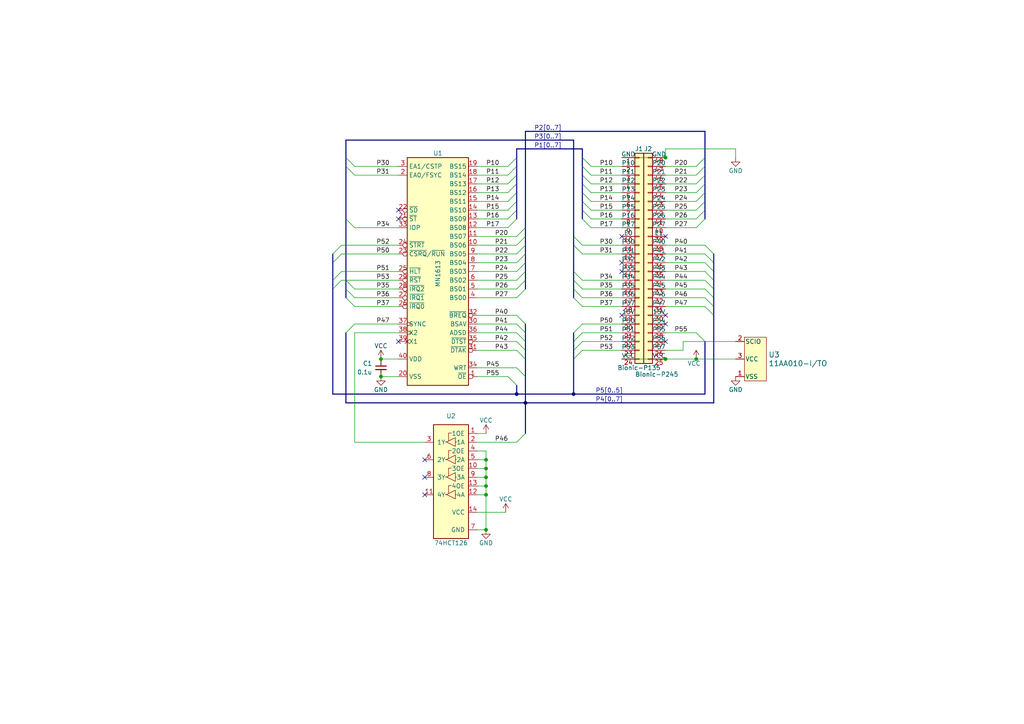
<source format=kicad_sch>
(kicad_sch (version 20230121) (generator eeschema)
  (paper "A4")
  (title_block (title "BionicMN1613") (date "2022-01-19") (rev "1") (company "Tadashi G. Takaoka"))
  (lib_symbols
    (symbol "0-LocalLibrary:11AA010-I_TO" (pin_names (offset 0.254))
      (property "Reference" "U" (at 2.54 1.27 0))
      (property "Value" "11AA010-I/TO" (at 3.81 -13.97 0))
      (symbol "11AA010-I_TO_1_1"
        (rectangle (start 0 0) (end 6.35 -12.7) (fill (type background)))
        (pin power_in line (at -2.54 -11.43 0) (length 2.54) (name "VSS") (number "1"))
        (pin bidirectional line (at -2.54 -1.27 0) (length 2.54) (name "SCIO") (number "2"))
        (pin power_in line (at -2.54 -6.35 0) (length 2.54) (name "VCC") (number "3"))
      )
    )
    (symbol "0-LocalLibrary:74HCT126" (pin_names (offset 1.016))
      (property "Reference" "U" (at 0 16.51 0))
      (property "Value" "74HCT126" (at 0 -19.05 0))
      (symbol "74HCT126_0_1"
        (polyline (pts (xy -1.2954 10.2108) (xy -1.6002 10.2108)))
        (polyline (pts (xy 1.2954 10.2362) (xy 1.651 10.2362)))
        (polyline (pts (xy 0.7112 10.5664) (xy 0.7112 12.827) (xy -0.127 12.827) (xy -0.1016 12.827)))
      )
      (symbol "74HCT126_1_0"
        (polyline (pts (xy 1.27 10.2362) (xy -1.27 11.5062) (xy -1.27 8.9662) (xy 1.27 10.2362)) (stroke (width 0.1524)))
        (pin input line (at -7.62 12.7 0) (length 2.54) (name "1OE") (number "1"))
        (pin input line (at -7.62 2.54 0) (length 2.54) (name "3OE") (number "10"))
        (pin tri_state line (at 7.62 -5.08 180) (length 2.54) (name "4Y") (number "11"))
        (pin input line (at -7.62 -5.08 0) (length 2.54) (name "4A") (number "12"))
        (pin input line (at -7.62 -2.54 0) (length 2.54) (name "4OE") (number "13"))
        (pin power_in line (at -7.62 -10.16 0) (length 2.54) (name "VCC") (number "14"))
        (pin input line (at -7.62 10.16 0) (length 2.54) (name "1A") (number "2"))
        (pin tri_state line (at 7.62 10.16 180) (length 2.54) (name "1Y") (number "3"))
        (pin input line (at -7.62 7.62 0) (length 2.54) (name "2OE") (number "4"))
        (pin input line (at -7.62 5.08 0) (length 2.54) (name "2A") (number "5"))
        (pin tri_state line (at 7.62 5.08 180) (length 2.54) (name "2Y") (number "6"))
        (pin power_in line (at -7.62 -15.24 0) (length 2.54) (name "GND") (number "7"))
        (pin tri_state line (at 7.62 0 180) (length 2.54) (name "3Y") (number "8"))
        (pin input line (at -7.62 0 0) (length 2.54) (name "3A") (number "9"))
      )
      (symbol "74HCT126_1_1"
        (rectangle (start -5.08 15.24) (end 5.08 -17.78) (stroke (width 0.254)) (fill (type background)))
        (polyline (pts (xy -1.2954 -5.0292) (xy -1.6002 -5.0292)))
        (polyline (pts (xy -1.2954 0.0508) (xy -1.6002 0.0508)))
        (polyline (pts (xy -1.2954 5.1308) (xy -1.6002 5.1308)))
        (polyline (pts (xy 1.2954 -5.0038) (xy 1.651 -5.0038)))
        (polyline (pts (xy 1.2954 0.0762) (xy 1.651 0.0762)))
        (polyline (pts (xy 1.2954 5.1562) (xy 1.651 5.1562)))
        (polyline (pts (xy 0.7112 -4.6736) (xy 0.7112 -2.413) (xy -0.127 -2.413) (xy -0.1016 -2.413)))
        (polyline (pts (xy 0.7112 0.4064) (xy 0.7112 2.667) (xy -0.127 2.667) (xy -0.1016 2.667)))
        (polyline (pts (xy 0.7112 5.4864) (xy 0.7112 7.747) (xy -0.127 7.747) (xy -0.1016 7.747)))
        (polyline (pts (xy 1.27 -5.0038) (xy -1.27 -3.7338) (xy -1.27 -6.2738) (xy 1.27 -5.0038)) (stroke (width 0.1524)))
        (polyline (pts (xy 1.27 0.0762) (xy -1.27 1.3462) (xy -1.27 -1.1938) (xy 1.27 0.0762)) (stroke (width 0.1524)))
        (polyline (pts (xy 1.27 5.1562) (xy -1.27 6.4262) (xy -1.27 3.8862) (xy 1.27 5.1562)) (stroke (width 0.1524)))
      )
    )
    (symbol "0-LocalLibrary:Bionic-P135" (pin_names (offset 0))
      (property "Reference" "J" (at 0 30.48 0))
      (property "Value" "Bionic-P135" (at -1.27 -33.02 0))
      (symbol "Bionic-P135_1_1"
        (rectangle (start -1.27 -30.353) (end 0 -30.607) (stroke (width 0.1524)))
        (rectangle (start -1.27 -27.813) (end 0 -28.067) (stroke (width 0.1524)))
        (rectangle (start -1.27 -25.273) (end 0 -25.527) (stroke (width 0.1524)))
        (rectangle (start -1.27 -22.733) (end 0 -22.987) (stroke (width 0.1524)))
        (rectangle (start -1.27 -20.193) (end 0 -20.447) (stroke (width 0.1524)))
        (rectangle (start -1.27 -17.653) (end 0 -17.907) (stroke (width 0.1524)))
        (rectangle (start -1.27 -15.113) (end 0 -15.367) (stroke (width 0.1524)))
        (rectangle (start -1.27 -12.573) (end 0 -12.827) (stroke (width 0.1524)))
        (rectangle (start -1.27 -10.033) (end 0 -10.287) (stroke (width 0.1524)))
        (rectangle (start -1.27 -7.493) (end 0 -7.747) (stroke (width 0.1524)))
        (rectangle (start -1.27 -4.953) (end 0 -5.207) (stroke (width 0.1524)))
        (rectangle (start -1.27 -2.413) (end 0 -2.667) (stroke (width 0.1524)))
        (rectangle (start -1.27 0.127) (end 0 -0.127) (stroke (width 0.1524)))
        (rectangle (start -1.27 2.667) (end 0 2.413) (stroke (width 0.1524)))
        (rectangle (start -1.27 5.207) (end 0 4.953) (stroke (width 0.1524)))
        (rectangle (start -1.27 7.747) (end 0 7.493) (stroke (width 0.1524)))
        (rectangle (start -1.27 10.287) (end 0 10.033) (stroke (width 0.1524)))
        (rectangle (start -1.27 12.827) (end 0 12.573) (stroke (width 0.1524)))
        (rectangle (start -1.27 15.367) (end 0 15.113) (stroke (width 0.1524)))
        (rectangle (start -1.27 17.907) (end 0 17.653) (stroke (width 0.1524)))
        (rectangle (start -1.27 20.447) (end 0 20.193) (stroke (width 0.1524)))
        (rectangle (start -1.27 22.987) (end 0 22.733) (stroke (width 0.1524)))
        (rectangle (start -1.27 25.527) (end 0 25.273) (stroke (width 0.1524)))
        (rectangle (start -1.27 28.067) (end 0 27.813) (stroke (width 0.1524)))
        (rectangle (start -1.27 29.21) (end 1.27 -31.75) (stroke (width 0.254)) (fill (type background)))
        (pin power_out line (at -5.08 27.94 0) (length 3.81) (name "GND") (number "1"))
        (pin bidirectional line (at -5.08 5.08 0) (length 3.81) (name "E0") (number "10"))
        (pin bidirectional line (at -5.08 2.54 0) (length 3.81) (name "P30") (number "11"))
        (pin bidirectional line (at -5.08 0 0) (length 3.81) (name "P31") (number "12"))
        (pin bidirectional line (at -5.08 -2.54 0) (length 3.81) (name "P32") (number "13"))
        (pin bidirectional line (at -5.08 -5.08 0) (length 3.81) (name "P33") (number "14"))
        (pin bidirectional line (at -5.08 -7.62 0) (length 3.81) (name "P34") (number "15"))
        (pin bidirectional line (at -5.08 -10.16 0) (length 3.81) (name "P35") (number "16"))
        (pin bidirectional line (at -5.08 -12.7 0) (length 3.81) (name "P36") (number "17"))
        (pin bidirectional line (at -5.08 -15.24 0) (length 3.81) (name "P37") (number "18"))
        (pin power_out line (at -5.08 -17.78 0) (length 3.81) (name "15V") (number "19"))
        (pin bidirectional line (at -5.08 25.4 0) (length 3.81) (name "P10") (number "2"))
        (pin bidirectional line (at -5.08 -20.32 0) (length 3.81) (name "P50") (number "20"))
        (pin bidirectional line (at -5.08 -22.86 0) (length 3.81) (name "P51") (number "21"))
        (pin bidirectional line (at -5.08 -25.4 0) (length 3.81) (name "P52") (number "22"))
        (pin bidirectional line (at -5.08 -27.94 0) (length 3.81) (name "P53") (number "23"))
        (pin power_out line (at -5.08 -30.48 0) (length 3.81) (name "VCC") (number "24"))
        (pin bidirectional line (at -5.08 22.86 0) (length 3.81) (name "P11") (number "3"))
        (pin bidirectional line (at -5.08 20.32 0) (length 3.81) (name "P12") (number "4"))
        (pin bidirectional line (at -5.08 17.78 0) (length 3.81) (name "P13") (number "5"))
        (pin bidirectional line (at -5.08 15.24 0) (length 3.81) (name "P14") (number "6"))
        (pin bidirectional line (at -5.08 12.7 0) (length 3.81) (name "P15") (number "7"))
        (pin bidirectional line (at -5.08 10.16 0) (length 3.81) (name "P16") (number "8"))
        (pin bidirectional line (at -5.08 7.62 0) (length 3.81) (name "P17") (number "9"))
      )
    )
    (symbol "0-LocalLibrary:Bionic-P245" (pin_names (offset 0))
      (property "Reference" "J" (at -3.81 30.48 0))
      (property "Value" "Bionic-P245" (at -1.27 -33.02 0))
      (symbol "Bionic-P245_1_1"
        (rectangle (start -5.08 -31.75) (end -2.54 29.21) (stroke (width 0.254)) (fill (type background)))
        (rectangle (start -3.81 -30.607) (end -2.54 -30.353) (stroke (width 0.1524)))
        (rectangle (start -3.81 -28.067) (end -2.54 -27.813) (stroke (width 0.1524)))
        (rectangle (start -3.81 -25.527) (end -2.54 -25.273) (stroke (width 0.1524)))
        (rectangle (start -3.81 -22.987) (end -2.54 -22.733) (stroke (width 0.1524)))
        (rectangle (start -3.81 -20.447) (end -2.54 -20.193) (stroke (width 0.1524)))
        (rectangle (start -3.81 -17.907) (end -2.54 -17.653) (stroke (width 0.1524)))
        (rectangle (start -3.81 -15.367) (end -2.54 -15.113) (stroke (width 0.1524)))
        (rectangle (start -3.81 -12.827) (end -2.54 -12.573) (stroke (width 0.1524)))
        (rectangle (start -3.81 -10.287) (end -2.54 -10.033) (stroke (width 0.1524)))
        (rectangle (start -3.81 -7.747) (end -2.54 -7.493) (stroke (width 0.1524)))
        (rectangle (start -3.81 -5.207) (end -2.54 -4.953) (stroke (width 0.1524)))
        (rectangle (start -3.81 -2.667) (end -2.54 -2.413) (stroke (width 0.1524)))
        (rectangle (start -3.81 -0.127) (end -2.54 0.127) (stroke (width 0.1524)))
        (rectangle (start -3.81 2.413) (end -2.54 2.667) (stroke (width 0.1524)))
        (rectangle (start -3.81 4.953) (end -2.54 5.207) (stroke (width 0.1524)))
        (rectangle (start -3.81 7.493) (end -2.54 7.747) (stroke (width 0.1524)))
        (rectangle (start -3.81 10.033) (end -2.54 10.287) (stroke (width 0.1524)))
        (rectangle (start -3.81 12.573) (end -2.54 12.827) (stroke (width 0.1524)))
        (rectangle (start -3.81 15.113) (end -2.54 15.367) (stroke (width 0.1524)))
        (rectangle (start -3.81 17.653) (end -2.54 17.907) (stroke (width 0.1524)))
        (rectangle (start -3.81 20.193) (end -2.54 20.447) (stroke (width 0.1524)))
        (rectangle (start -3.81 22.733) (end -2.54 22.987) (stroke (width 0.1524)))
        (rectangle (start -3.81 25.273) (end -2.54 25.527) (stroke (width 0.1524)))
        (rectangle (start -3.81 27.813) (end -2.54 28.067) (stroke (width 0.1524)))
        (pin power_in line (at 1.27 -30.48 180) (length 3.81) (name "VCC") (number "25"))
        (pin bidirectional line (at 1.27 -27.94 180) (length 3.81) (name "P57") (number "26"))
        (pin bidirectional line (at 1.27 -25.4 180) (length 3.81) (name "P56") (number "27"))
        (pin bidirectional line (at 1.27 -22.86 180) (length 3.81) (name "P55") (number "28"))
        (pin bidirectional line (at 1.27 -20.32 180) (length 3.81) (name "P54") (number "29"))
        (pin power_in line (at 1.27 -17.78 180) (length 3.81) (name "15V") (number "30"))
        (pin bidirectional line (at 1.27 -15.24 180) (length 3.81) (name "P47") (number "31"))
        (pin bidirectional line (at 1.27 -12.7 180) (length 3.81) (name "P46") (number "32"))
        (pin bidirectional line (at 1.27 -10.16 180) (length 3.81) (name "P45") (number "33"))
        (pin bidirectional line (at 1.27 -7.62 180) (length 3.81) (name "P44") (number "34"))
        (pin bidirectional line (at 1.27 -5.08 180) (length 3.81) (name "P43") (number "35"))
        (pin bidirectional line (at 1.27 -2.54 180) (length 3.81) (name "P42") (number "36"))
        (pin bidirectional line (at 1.27 0 180) (length 3.81) (name "P41") (number "37"))
        (pin bidirectional line (at 1.27 2.54 180) (length 3.81) (name "P40") (number "38"))
        (pin bidirectional line (at 1.27 5.08 180) (length 3.81) (name "E1") (number "39"))
        (pin bidirectional line (at 1.27 7.62 180) (length 3.81) (name "P27") (number "40"))
        (pin bidirectional line (at 1.27 10.16 180) (length 3.81) (name "P26") (number "41"))
        (pin bidirectional line (at 1.27 12.7 180) (length 3.81) (name "P25") (number "42"))
        (pin bidirectional line (at 1.27 15.24 180) (length 3.81) (name "P24") (number "43"))
        (pin bidirectional line (at 1.27 17.78 180) (length 3.81) (name "P23") (number "44"))
        (pin bidirectional line (at 1.27 20.32 180) (length 3.81) (name "P22") (number "45"))
        (pin bidirectional line (at 1.27 22.86 180) (length 3.81) (name "P21") (number "46"))
        (pin bidirectional line (at 1.27 25.4 180) (length 3.81) (name "P20") (number "47"))
        (pin power_in line (at 1.27 27.94 180) (length 3.81) (name "GND") (number "48"))
      )
    )
    (symbol "0-LocalLibrary:MN1613"
      (property "Reference" "U" (at -1.27 34.29 0))
      (property "Value" "MN1613" (at -1.27 -6.35 90))
      (symbol "MN1613_0_1"
        (rectangle (start -8.89 -33.02) (end 8.89 33.02) (stroke (width 0.254)) (fill (type background)))
      )
      (symbol "MN1613_1_1"
        (pin output inverted (at 11.43 -30.48 180) (length 2.54) (name "~{OE}") (number "1"))
        (pin output line (at 11.43 7.62 180) (length 2.54) (name "BS06") (number "10"))
        (pin output line (at 11.43 10.16 180) (length 2.54) (name "BS07") (number "11"))
        (pin output line (at 11.43 12.7 180) (length 2.54) (name "BS08") (number "12"))
        (pin output line (at 11.43 15.24 180) (length 2.54) (name "BS09") (number "13"))
        (pin output line (at 11.43 17.78 180) (length 2.54) (name "BS10") (number "14"))
        (pin output line (at 11.43 20.32 180) (length 2.54) (name "BS11") (number "15"))
        (pin output line (at 11.43 22.86 180) (length 2.54) (name "BS12") (number "16"))
        (pin output line (at 11.43 25.4 180) (length 2.54) (name "BS13") (number "17"))
        (pin output line (at 11.43 27.94 180) (length 2.54) (name "BS14") (number "18"))
        (pin output line (at 11.43 30.48 180) (length 2.54) (name "BS15") (number "19"))
        (pin output line (at -11.43 27.94 0) (length 2.54) (name "EA0/FSYC") (number "2"))
        (pin power_in line (at -11.43 -30.48 0) (length 2.54) (name "VSS") (number "20"))
        (pin output inverted (at -11.43 15.24 0) (length 2.54) (name "~{ST}") (number "21"))
        (pin output inverted (at -11.43 17.78 0) (length 2.54) (name "~{SD}") (number "22"))
        (pin input inverted (at -11.43 5.08 0) (length 2.54) (name "~{CSRQ}/~{RUN}") (number "23"))
        (pin input inverted (at -11.43 7.62 0) (length 2.54) (name "~{STRT}") (number "24"))
        (pin input inverted (at -11.43 0 0) (length 2.54) (name "~{HLT}") (number "25"))
        (pin input inverted (at -11.43 -10.16 0) (length 2.54) (name "~{IRQ0}") (number "26"))
        (pin input inverted (at -11.43 -7.62 0) (length 2.54) (name "~{IRQ1}") (number "27"))
        (pin input inverted (at -11.43 -5.08 0) (length 2.54) (name "~{IRQ2}") (number "28"))
        (pin input inverted (at -11.43 -2.54 0) (length 2.54) (name "~{RST}") (number "29"))
        (pin output line (at -11.43 30.48 0) (length 2.54) (name "EA1/CSTP") (number "3"))
        (pin input line (at 11.43 -15.24 180) (length 2.54) (name "BSAV") (number "30"))
        (pin input inverted (at 11.43 -22.86 180) (length 2.54) (name "~{DTAK}") (number "31"))
        (pin output inverted (at 11.43 -12.7 180) (length 2.54) (name "~{BREQ}") (number "32"))
        (pin output line (at -11.43 12.7 0) (length 2.54) (name "IOP") (number "33"))
        (pin output line (at 11.43 -27.94 180) (length 2.54) (name "WRT") (number "34"))
        (pin output inverted (at 11.43 -20.32 180) (length 2.54) (name "~{DTST}") (number "35"))
        (pin output line (at 11.43 -17.78 180) (length 2.54) (name "ADSD") (number "36"))
        (pin output clock (at -11.43 -15.24 0) (length 2.54) (name "SYNC") (number "37"))
        (pin input clock (at -11.43 -17.78 0) (length 2.54) (name "X2") (number "38"))
        (pin passive non_logic (at -11.43 -20.32 0) (length 2.54) (name "X1") (number "39"))
        (pin output line (at 11.43 -7.62 180) (length 2.54) (name "BS00") (number "4"))
        (pin power_in line (at -11.43 -25.4 0) (length 2.54) (name "VDD") (number "40"))
        (pin output line (at 11.43 -5.08 180) (length 2.54) (name "BS01") (number "5"))
        (pin output line (at 11.43 -2.54 180) (length 2.54) (name "BS02") (number "6"))
        (pin output line (at 11.43 0 180) (length 2.54) (name "BS03") (number "7"))
        (pin output line (at 11.43 2.54 180) (length 2.54) (name "BS04") (number "8"))
        (pin output line (at 11.43 5.08 180) (length 2.54) (name "BS05") (number "9"))
      )
    )
    (symbol "Device:C_Small" (pin_numbers hide) (pin_names (offset 0.254) hide)
      (property "Reference" "C" (at 0.254 1.778 0))
      (property "Value" "C_Small" (at 0.254 -2.032 0))
      (symbol "C_Small_0_1"
        (polyline (pts (xy -1.524 -0.508) (xy 1.524 -0.508)) (stroke (width 0.3302)))
        (polyline (pts (xy -1.524 0.508) (xy 1.524 0.508)) (stroke (width 0.3048)))
      )
      (symbol "C_Small_1_1"
        (pin passive line (at 0 2.54 270) (length 2.032) (name "~") (number "1"))
        (pin passive line (at 0 -2.54 90) (length 2.032) (name "~") (number "2"))
      )
    )
    (symbol "power:GND" (power) (pin_names (offset 0))
      (property "Value" "GND" (at 0 -3.81 0))
      (symbol "GND_0_1"
        (polyline (pts (xy 0 0) (xy 0 -1.27) (xy 1.27 -1.27) (xy 0 -2.54) (xy -1.27 -1.27) (xy 0 -1.27)))
      )
      (symbol "GND_1_1"
        (pin power_in line (at 0 0 270) (length 0) hide (name "GND") (number "1"))
      )
    )
    (symbol "power:VCC" (power) (pin_names (offset 0))
      (property "Value" "VCC" (at 0 3.81 0))
      (symbol "VCC_0_1"
        (polyline (pts (xy -0.762 1.27) (xy 0 2.54)))
        (polyline (pts (xy 0 0) (xy 0 2.54)))
        (polyline (pts (xy 0 2.54) (xy 0.762 1.27)))
      )
      (symbol "VCC_1_1"
        (pin power_in line (at 0 0 90) (length 0) hide (name "VCC") (number "1"))
      )
    )
  )
  (junction (at 140.97 153.67))
  (junction (at 193.04 104.14))
  (junction (at 140.97 133.35))
  (junction (at 110.49 109.22))
  (junction (at 193.04 45.72))
  (junction (at 140.97 135.89))
  (junction (at 140.97 140.97))
  (junction (at 140.97 143.51))
  (junction (at 110.49 104.14))
  (junction (at 166.37 114.3))
  (junction (at 201.93 104.14))
  (junction (at 152.4 116.84))
  (junction (at 149.86 114.3))
  (junction (at 140.97 138.43))
  (no_connect (at 193.04 93.98))
  (no_connect (at 115.57 63.5))
  (no_connect (at 180.34 91.44))
  (no_connect (at 123.19 143.51))
  (no_connect (at 115.57 99.06))
  (no_connect (at 123.19 138.43))
  (no_connect (at 193.04 68.58))
  (no_connect (at 180.34 76.2))
  (no_connect (at 180.34 68.58))
  (no_connect (at 193.04 99.06))
  (no_connect (at 123.19 133.35))
  (no_connect (at 193.04 91.44))
  (no_connect (at 180.34 78.74))
  (no_connect (at 115.57 60.96))
  (bus_entry (at 171.45 60.96) (size -2.54 -2.54))
  (bus_entry (at 149.86 99.06) (size 2.54 2.54))
  (bus_entry (at 204.47 83.82) (size 2.54 2.54))
  (bus_entry (at 204.47 71.12) (size 2.54 2.54))
  (bus_entry (at 99.06 78.74) (size -2.54 2.54))
  (bus_entry (at 171.45 58.42) (size -2.54 -2.54))
  (bus_entry (at 204.47 78.74) (size 2.54 2.54))
  (bus_entry (at 147.32 58.42) (size 2.54 -2.54))
  (bus_entry (at 168.91 99.06) (size -2.54 2.54))
  (bus_entry (at 147.32 55.88) (size 2.54 -2.54))
  (bus_entry (at 149.86 101.6) (size 2.54 2.54))
  (bus_entry (at 152.4 66.04) (size -2.54 2.54))
  (bus_entry (at 204.47 63.5) (size -2.54 2.54))
  (bus_entry (at 100.33 86.36) (size 2.54 2.54))
  (bus_entry (at 168.91 101.6) (size -2.54 2.54))
  (bus_entry (at 152.4 76.2) (size -2.54 2.54))
  (bus_entry (at 204.47 53.34) (size -2.54 2.54))
  (bus_entry (at 152.4 73.66) (size -2.54 2.54))
  (bus_entry (at 171.45 50.8) (size -2.54 -2.54))
  (bus_entry (at 149.86 93.98) (size 2.54 2.54))
  (bus_entry (at 99.06 81.28) (size -2.54 2.54))
  (bus_entry (at 166.37 86.36) (size 2.54 2.54))
  (bus_entry (at 147.32 48.26) (size 2.54 -2.54))
  (bus_entry (at 168.91 93.98) (size -2.54 2.54))
  (bus_entry (at 171.45 66.04) (size -2.54 -2.54))
  (bus_entry (at 100.33 83.82) (size 2.54 2.54))
  (bus_entry (at 147.32 66.04) (size 2.54 -2.54))
  (bus_entry (at 166.37 81.28) (size 2.54 2.54))
  (bus_entry (at 171.45 63.5) (size -2.54 -2.54))
  (bus_entry (at 149.86 106.68) (size 2.54 2.54))
  (bus_entry (at 147.32 63.5) (size 2.54 -2.54))
  (bus_entry (at 204.47 60.96) (size -2.54 2.54))
  (bus_entry (at 168.91 96.52) (size -2.54 2.54))
  (bus_entry (at 152.4 125.73) (size -2.54 2.54))
  (bus_entry (at 204.47 58.42) (size -2.54 2.54))
  (bus_entry (at 166.37 83.82) (size 2.54 2.54))
  (bus_entry (at 102.87 50.8) (size -2.54 -2.54))
  (bus_entry (at 201.93 96.52) (size 2.54 2.54))
  (bus_entry (at 149.86 96.52) (size 2.54 2.54))
  (bus_entry (at 152.4 83.82) (size -2.54 2.54))
  (bus_entry (at 171.45 53.34) (size -2.54 -2.54))
  (bus_entry (at 204.47 45.72) (size -2.54 2.54))
  (bus_entry (at 99.06 71.12) (size -2.54 2.54))
  (bus_entry (at 149.86 91.44) (size 2.54 2.54))
  (bus_entry (at 152.4 71.12) (size -2.54 2.54))
  (bus_entry (at 147.32 60.96) (size 2.54 -2.54))
  (bus_entry (at 204.47 48.26) (size -2.54 2.54))
  (bus_entry (at 100.33 96.52) (size 2.54 -2.54))
  (bus_entry (at 100.33 81.28) (size 2.54 2.54))
  (bus_entry (at 166.37 71.12) (size 2.54 2.54))
  (bus_entry (at 152.4 78.74) (size -2.54 2.54))
  (bus_entry (at 204.47 81.28) (size 2.54 2.54))
  (bus_entry (at 171.45 55.88) (size -2.54 -2.54))
  (bus_entry (at 171.45 48.26) (size -2.54 -2.54))
  (bus_entry (at 147.32 50.8) (size 2.54 -2.54))
  (bus_entry (at 102.87 48.26) (size -2.54 -2.54))
  (bus_entry (at 152.4 81.28) (size -2.54 2.54))
  (bus_entry (at 204.47 88.9) (size 2.54 2.54))
  (bus_entry (at 204.47 76.2) (size 2.54 2.54))
  (bus_entry (at 99.06 73.66) (size -2.54 2.54))
  (bus_entry (at 152.4 68.58) (size -2.54 2.54))
  (bus_entry (at 166.37 78.74) (size 2.54 2.54))
  (bus_entry (at 204.47 55.88) (size -2.54 2.54))
  (bus_entry (at 168.91 71.12) (size -2.54 -2.54))
  (bus_entry (at 100.33 63.5) (size 2.54 2.54))
  (bus_entry (at 204.47 50.8) (size -2.54 2.54))
  (bus_entry (at 147.32 53.34) (size 2.54 -2.54))
  (bus_entry (at 204.47 73.66) (size 2.54 2.54))
  (bus_entry (at 204.47 86.36) (size 2.54 2.54))
  (bus_entry (at 147.32 109.22) (size 2.54 2.54))
  (wire (pts (xy 180.34 48.26) (xy 171.45 48.26)))
  (wire (pts (xy 193.04 58.42) (xy 201.93 58.42)))
  (wire (pts (xy 99.06 71.12) (xy 115.57 71.12)))
  (bus (pts (xy 96.52 114.3) (xy 149.86 114.3)))
  (bus (pts (xy 166.37 40.64) (xy 166.37 68.58)))
  (wire (pts (xy 138.43 86.36) (xy 149.86 86.36)))
  (wire (pts (xy 138.43 73.66) (xy 149.86 73.66)))
  (wire (pts (xy 193.04 88.9) (xy 204.47 88.9)))
  (bus (pts (xy 207.01 88.9) (xy 207.01 91.44)))
  (bus (pts (xy 204.47 50.8) (xy 204.47 53.34)))
  (bus (pts (xy 166.37 68.58) (xy 166.37 71.12)))
  (wire (pts (xy 138.43 138.43) (xy 140.97 138.43)))
  (bus (pts (xy 152.4 81.28) (xy 152.4 83.82)))
  (wire (pts (xy 138.43 93.98) (xy 149.86 93.98)))
  (bus (pts (xy 152.4 101.6) (xy 152.4 104.14)))
  (wire (pts (xy 115.57 81.28) (xy 100.33 81.28)))
  (bus (pts (xy 152.4 116.84) (xy 100.33 116.84)))
  (wire (pts (xy 193.04 73.66) (xy 204.47 73.66)))
  (wire (pts (xy 193.04 101.6) (xy 198.12 101.6)))
  (bus (pts (xy 166.37 83.82) (xy 166.37 86.36)))
  (bus (pts (xy 152.4 66.04) (xy 152.4 38.1)))
  (wire (pts (xy 168.91 101.6) (xy 180.34 101.6)))
  (wire (pts (xy 193.04 53.34) (xy 201.93 53.34)))
  (wire (pts (xy 138.43 153.67) (xy 140.97 153.67)))
  (wire (pts (xy 115.57 96.52) (xy 102.87 96.52)))
  (bus (pts (xy 166.37 104.14) (xy 166.37 114.3)))
  (wire (pts (xy 180.34 83.82) (xy 168.91 83.82)))
  (wire (pts (xy 193.04 55.88) (xy 201.93 55.88)))
  (bus (pts (xy 149.86 58.42) (xy 149.86 60.96)))
  (wire (pts (xy 180.34 73.66) (xy 168.91 73.66)))
  (wire (pts (xy 140.97 138.43) (xy 140.97 140.97)))
  (wire (pts (xy 138.43 101.6) (xy 149.86 101.6)))
  (wire (pts (xy 140.97 143.51) (xy 140.97 153.67)))
  (bus (pts (xy 152.4 68.58) (xy 152.4 71.12)))
  (wire (pts (xy 140.97 133.35) (xy 140.97 135.89)))
  (bus (pts (xy 100.33 48.26) (xy 100.33 63.5)))
  (wire (pts (xy 138.43 140.97) (xy 140.97 140.97)))
  (wire (pts (xy 123.19 128.27) (xy 102.87 128.27)))
  (wire (pts (xy 180.34 71.12) (xy 168.91 71.12)))
  (wire (pts (xy 138.43 143.51) (xy 140.97 143.51)))
  (bus (pts (xy 207.01 81.28) (xy 207.01 83.82)))
  (wire (pts (xy 140.97 130.81) (xy 140.97 133.35)))
  (wire (pts (xy 138.43 148.59) (xy 146.685 148.59)))
  (wire (pts (xy 138.43 50.8) (xy 147.32 50.8)))
  (bus (pts (xy 149.86 50.8) (xy 149.86 53.34)))
  (wire (pts (xy 102.87 83.82) (xy 115.57 83.82)))
  (bus (pts (xy 100.33 63.5) (xy 100.33 81.28)))
  (bus (pts (xy 166.37 71.12) (xy 166.37 78.74)))
  (bus (pts (xy 152.4 76.2) (xy 152.4 78.74)))
  (wire (pts (xy 138.43 71.12) (xy 149.86 71.12)))
  (bus (pts (xy 207.01 73.66) (xy 207.01 76.2)))
  (wire (pts (xy 138.43 91.44) (xy 149.86 91.44)))
  (wire (pts (xy 193.04 43.18) (xy 193.04 45.72)))
  (wire (pts (xy 193.04 76.2) (xy 204.47 76.2)))
  (bus (pts (xy 166.37 96.52) (xy 166.37 99.06)))
  (bus (pts (xy 168.91 50.8) (xy 168.91 53.34)))
  (wire (pts (xy 180.34 63.5) (xy 171.45 63.5)))
  (wire (pts (xy 193.04 48.26) (xy 201.93 48.26)))
  (bus (pts (xy 152.4 66.04) (xy 152.4 68.58)))
  (wire (pts (xy 168.91 93.98) (xy 180.34 93.98)))
  (bus (pts (xy 152.4 109.22) (xy 152.4 116.84)))
  (wire (pts (xy 102.87 66.04) (xy 115.57 66.04)))
  (wire (pts (xy 180.34 45.72) (xy 193.04 45.72)))
  (wire (pts (xy 115.57 48.26) (xy 102.87 48.26)))
  (bus (pts (xy 149.86 114.3) (xy 166.37 114.3)))
  (wire (pts (xy 180.34 81.28) (xy 168.91 81.28)))
  (wire (pts (xy 138.43 48.26) (xy 147.32 48.26)))
  (wire (pts (xy 193.04 63.5) (xy 201.93 63.5)))
  (wire (pts (xy 193.04 71.12) (xy 204.47 71.12)))
  (bus (pts (xy 166.37 101.6) (xy 166.37 104.14)))
  (bus (pts (xy 204.47 58.42) (xy 204.47 60.96)))
  (wire (pts (xy 180.34 53.34) (xy 171.45 53.34)))
  (wire (pts (xy 201.93 104.14) (xy 213.36 104.14)))
  (wire (pts (xy 138.43 76.2) (xy 149.86 76.2)))
  (bus (pts (xy 152.4 71.12) (xy 152.4 73.66)))
  (bus (pts (xy 149.86 43.18) (xy 168.91 43.18)))
  (bus (pts (xy 152.4 78.74) (xy 152.4 81.28)))
  (wire (pts (xy 204.47 99.06) (xy 213.36 99.06)))
  (bus (pts (xy 149.86 43.18) (xy 149.86 45.72)))
  (wire (pts (xy 193.04 43.18) (xy 213.36 43.18)))
  (wire (pts (xy 100.33 81.28) (xy 99.06 81.28)))
  (bus (pts (xy 168.91 48.26) (xy 168.91 50.8)))
  (wire (pts (xy 168.91 88.9) (xy 180.34 88.9)))
  (bus (pts (xy 204.47 60.96) (xy 204.47 63.5)))
  (wire (pts (xy 180.34 58.42) (xy 171.45 58.42)))
  (wire (pts (xy 138.43 133.35) (xy 140.97 133.35)))
  (bus (pts (xy 207.01 78.74) (xy 207.01 81.28)))
  (wire (pts (xy 168.91 86.36) (xy 180.34 86.36)))
  (wire (pts (xy 138.43 99.06) (xy 149.86 99.06)))
  (bus (pts (xy 96.52 81.28) (xy 96.52 83.82)))
  (bus (pts (xy 207.01 83.82) (xy 207.01 86.36)))
  (wire (pts (xy 138.43 128.27) (xy 149.86 128.27)))
  (wire (pts (xy 138.43 78.74) (xy 149.86 78.74)))
  (wire (pts (xy 138.43 63.5) (xy 147.32 63.5)))
  (bus (pts (xy 168.91 45.72) (xy 168.91 48.26)))
  (bus (pts (xy 168.91 43.18) (xy 168.91 45.72)))
  (wire (pts (xy 138.43 130.81) (xy 140.97 130.81)))
  (bus (pts (xy 207.01 91.44) (xy 207.01 116.84)))
  (wire (pts (xy 168.91 96.52) (xy 180.34 96.52)))
  (bus (pts (xy 149.86 55.88) (xy 149.86 58.42)))
  (bus (pts (xy 166.37 78.74) (xy 166.37 81.28)))
  (bus (pts (xy 100.33 40.64) (xy 166.37 40.64)))
  (wire (pts (xy 180.34 55.88) (xy 171.45 55.88)))
  (wire (pts (xy 110.49 109.22) (xy 115.57 109.22)))
  (wire (pts (xy 138.43 81.28) (xy 149.86 81.28)))
  (bus (pts (xy 96.52 76.2) (xy 96.52 81.28)))
  (wire (pts (xy 138.43 55.88) (xy 147.32 55.88)))
  (wire (pts (xy 180.34 104.14) (xy 193.04 104.14)))
  (bus (pts (xy 204.47 45.72) (xy 204.47 48.26)))
  (bus (pts (xy 100.33 45.72) (xy 100.33 48.26)))
  (bus (pts (xy 152.4 93.98) (xy 152.4 96.52)))
  (bus (pts (xy 204.47 99.06) (xy 204.47 114.3)))
  (wire (pts (xy 180.34 66.04) (xy 171.45 66.04)))
  (wire (pts (xy 110.49 104.14) (xy 115.57 104.14)))
  (wire (pts (xy 102.87 88.9) (xy 115.57 88.9)))
  (bus (pts (xy 152.4 96.52) (xy 152.4 99.06)))
  (wire (pts (xy 198.12 101.6) (xy 198.12 99.06)))
  (wire (pts (xy 115.57 73.66) (xy 99.06 73.66)))
  (bus (pts (xy 168.91 55.88) (xy 168.91 58.42)))
  (bus (pts (xy 168.91 60.96) (xy 168.91 63.5)))
  (bus (pts (xy 152.4 73.66) (xy 152.4 76.2)))
  (bus (pts (xy 96.52 83.82) (xy 96.52 114.3)))
  (wire (pts (xy 138.43 68.58) (xy 149.86 68.58)))
  (wire (pts (xy 140.97 140.97) (xy 140.97 143.51)))
  (bus (pts (xy 207.01 86.36) (xy 207.01 88.9)))
  (bus (pts (xy 166.37 81.28) (xy 166.37 83.82)))
  (wire (pts (xy 138.43 125.73) (xy 140.97 125.73)))
  (bus (pts (xy 149.86 111.76) (xy 149.86 114.3)))
  (wire (pts (xy 193.04 50.8) (xy 201.93 50.8)))
  (bus (pts (xy 100.33 40.64) (xy 100.33 45.72)))
  (bus (pts (xy 168.91 58.42) (xy 168.91 60.96)))
  (bus (pts (xy 204.47 53.34) (xy 204.47 55.88)))
  (wire (pts (xy 213.36 43.18) (xy 213.36 45.72)))
  (wire (pts (xy 102.87 96.52) (xy 102.87 128.27)))
  (wire (pts (xy 138.43 83.82) (xy 149.86 83.82)))
  (wire (pts (xy 193.04 81.28) (xy 204.47 81.28)))
  (wire (pts (xy 193.04 83.82) (xy 204.47 83.82)))
  (bus (pts (xy 204.47 48.26) (xy 204.47 50.8)))
  (wire (pts (xy 180.34 60.96) (xy 171.45 60.96)))
  (wire (pts (xy 138.43 60.96) (xy 147.32 60.96)))
  (wire (pts (xy 140.97 135.89) (xy 140.97 138.43)))
  (bus (pts (xy 207.01 76.2) (xy 207.01 78.74)))
  (wire (pts (xy 99.06 78.74) (xy 115.57 78.74)))
  (wire (pts (xy 193.04 66.04) (xy 201.93 66.04)))
  (bus (pts (xy 100.33 83.82) (xy 100.33 86.36)))
  (bus (pts (xy 96.52 73.66) (xy 96.52 76.2)))
  (bus (pts (xy 149.86 60.96) (xy 149.86 63.5)))
  (wire (pts (xy 102.87 86.36) (xy 115.57 86.36)))
  (wire (pts (xy 168.91 99.06) (xy 180.34 99.06)))
  (bus (pts (xy 100.33 81.28) (xy 100.33 83.82)))
  (wire (pts (xy 138.43 135.89) (xy 140.97 135.89)))
  (bus (pts (xy 152.4 104.14) (xy 152.4 109.22)))
  (bus (pts (xy 152.4 99.06) (xy 152.4 101.6)))
  (wire (pts (xy 138.43 58.42) (xy 147.32 58.42)))
  (wire (pts (xy 138.43 53.34) (xy 147.32 53.34)))
  (bus (pts (xy 207.01 116.84) (xy 152.4 116.84)))
  (wire (pts (xy 193.04 78.74) (xy 204.47 78.74)))
  (wire (pts (xy 193.04 104.14) (xy 201.93 104.14)))
  (bus (pts (xy 166.37 99.06) (xy 166.37 101.6)))
  (wire (pts (xy 138.43 106.68) (xy 149.86 106.68)))
  (bus (pts (xy 149.86 53.34) (xy 149.86 55.88)))
  (wire (pts (xy 193.04 86.36) (xy 204.47 86.36)))
  (wire (pts (xy 138.43 109.22) (xy 147.32 109.22)))
  (wire (pts (xy 193.04 60.96) (xy 201.93 60.96)))
  (wire (pts (xy 138.43 96.52) (xy 149.86 96.52)))
  (wire (pts (xy 138.43 66.04) (xy 147.32 66.04)))
  (wire (pts (xy 198.12 99.06) (xy 204.47 99.06)))
  (bus (pts (xy 204.47 38.1) (xy 204.47 45.72)))
  (bus (pts (xy 149.86 48.26) (xy 149.86 50.8)))
  (bus (pts (xy 100.33 96.52) (xy 100.33 116.84)))
  (bus (pts (xy 204.47 55.88) (xy 204.47 58.42)))
  (bus (pts (xy 149.86 45.72) (xy 149.86 48.26)))
  (wire (pts (xy 193.04 96.52) (xy 201.93 96.52)))
  (wire (pts (xy 102.87 93.98) (xy 115.57 93.98)))
  (bus (pts (xy 168.91 53.34) (xy 168.91 55.88)))
  (bus (pts (xy 152.4 116.84) (xy 152.4 125.73)))
  (bus (pts (xy 166.37 114.3) (xy 204.47 114.3)))
  (wire (pts (xy 180.34 50.8) (xy 171.45 50.8)))
  (wire (pts (xy 115.57 50.8) (xy 102.87 50.8)))
  (bus (pts (xy 152.4 38.1) (xy 204.47 38.1)))
  (label "P17" (at 140.97 66.04 0))
  (label "P45" (at 140.97 106.68 0))
  (label "P23" (at 143.51 76.2 0))
  (label "P43" (at 143.51 101.6 0))
  (label "P15" (at 177.8 60.96 180))
  (label "P12" (at 140.97 53.34 0))
  (label "P35" (at 113.03 83.82 180))
  (label "P16" (at 140.97 63.5 0))
  (label "P45" (at 195.58 83.82 0))
  (label "P50" (at 177.8 93.98 180))
  (label "P4[0..7]" (at 172.72 116.84 0))
  (label "P55" (at 140.97 109.22 0))
  (label "P55" (at 195.58 96.52 0))
  (label "P42" (at 143.51 99.06 0))
  (label "P24" (at 195.58 58.42 0))
  (label "P41" (at 143.51 93.98 0))
  (label "P13" (at 177.8 55.88 180))
  (label "P10" (at 177.8 48.26 180))
  (label "P10" (at 140.97 48.26 0))
  (label "P46" (at 143.51 128.27 0))
  (label "P21" (at 195.58 50.8 0))
  (label "P53" (at 113.03 81.28 180))
  (label "P40" (at 143.51 91.44 0))
  (label "P52" (at 177.8 99.06 180))
  (label "P20" (at 143.51 68.58 0))
  (label "P27" (at 195.58 66.04 0))
  (label "P24" (at 143.51 78.74 0))
  (label "P1[0..7]" (at 154.94 43.18 0))
  (label "P27" (at 143.51 86.36 0))
  (label "P15" (at 140.97 60.96 0))
  (label "P23" (at 195.58 55.88 0))
  (label "P31" (at 113.03 50.8 180))
  (label "P5[0..5]" (at 172.72 114.3 0))
  (label "P42" (at 195.58 76.2 0))
  (label "P41" (at 195.58 73.66 0))
  (label "P14" (at 177.8 58.42 180))
  (label "P34" (at 113.03 66.04 180))
  (label "P52" (at 113.03 71.12 180))
  (label "P44" (at 143.51 96.52 0))
  (label "P43" (at 195.58 78.74 0))
  (label "P37" (at 113.03 88.9 180))
  (label "P20" (at 195.58 48.26 0))
  (label "P35" (at 177.8 83.82 180))
  (label "P44" (at 195.58 81.28 0))
  (label "P30" (at 113.03 48.26 180))
  (label "P47" (at 113.03 93.98 180))
  (label "P17" (at 177.8 66.04 180))
  (label "P11" (at 140.97 50.8 0))
  (label "P12" (at 177.8 53.34 180))
  (label "P40" (at 195.58 71.12 0))
  (label "P13" (at 140.97 55.88 0))
  (label "P25" (at 195.58 60.96 0))
  (label "P16" (at 177.8 63.5 180))
  (label "P51" (at 177.8 96.52 180))
  (label "P22" (at 195.58 53.34 0))
  (label "P26" (at 143.51 83.82 0))
  (label "P31" (at 177.8 73.66 180))
  (label "P36" (at 113.03 86.36 180))
  (label "P53" (at 177.8 101.6 180))
  (label "P3[0..7]" (at 154.94 40.64 0))
  (label "P2[0..7]" (at 154.94 38.1 0))
  (label "P22" (at 143.51 73.66 0))
  (label "P21" (at 143.51 71.12 0))
  (label "P47" (at 195.58 88.9 0))
  (label "P51" (at 113.03 78.74 180))
  (label "P11" (at 177.8 50.8 180))
  (label "P36" (at 177.8 86.36 180))
  (label "P34" (at 177.8 81.28 180))
  (label "P30" (at 177.8 71.12 180))
  (label "P37" (at 177.8 88.9 180))
  (label "P14" (at 140.97 58.42 0))
  (label "P46" (at 195.58 86.36 0))
  (label "P50" (at 113.03 73.66 180))
  (label "P25" (at 143.51 81.28 0))
  (label "P26" (at 195.58 63.5 0))
  (symbol (lib_id "Device:C_Small") (at 110.49 106.68 0) (mirror y) (unit 1)
    (property "Reference" "C1" (at 107.95 105.41 0) (effects (justify left)))
    (property "Value" "0.1u" (at 107.95 107.95 0) (effects (justify left)))
    (property "Footprint" "Capacitor_THT:C_Disc_D3.4mm_W2.1mm_P2.50mm" (effects hide))
  )
  (symbol (lib_id "0-LocalLibrary:74HCT126") (at 130.81 138.43 0) (mirror y) (unit 1)
    (property "Reference" "U2" (at 130.81 120.65 0))
    (property "Value" "74HCT126" (at 130.81 157.48 0))
    (property "Footprint" "Package_DIP:DIP-14_W7.62mm" (effects hide))
    (property "Datasheet" "https://www.ti.com/lit/ds/symlink/cd74hct126.pdf" (effects hide))
  )
  (symbol (lib_id "power:GND") (at 213.36 109.22 0) (unit 1)
    (property "Reference" "#PWR08" (effects hide))
    (property "Value" "GND" (at 213.36 113.03 0))
  )
  (symbol (lib_id "0-LocalLibrary:MN1613") (at 127 78.74 0) (unit 1)
    (property "Reference" "U1" (at 127 44.45 0))
    (property "Value" "MN1613" (at 127 79.375 90))
    (property "Footprint" "Package_DIP:DIP-40_W15.24mm" (effects hide))
    (property "Datasheet" "https://www.datasheetarchive.com/MN1613-datasheet.html" (effects hide))
  )
  (symbol (lib_id "0-LocalLibrary:Bionic-P135") (at 185.42 73.66 0) (unit 1)
    (property "Reference" "J1" (at 184.15 43.18 0) (effects (justify left)))
    (property "Value" "Bionic-P135" (at 179.07 106.68 0) (effects (justify left)))
    (property "Footprint" "connector:Bionic-P135_Vertical" (effects hide))
  )
  (symbol (lib_id "0-LocalLibrary:11AA010-I_TO") (at 215.9 97.79 0) (unit 1)
    (property "Reference" "U3" (at 222.885 102.87 0) (effects (font (size 1.524 1.524)) (justify left)))
    (property "Value" "11AA010-I/TO" (at 222.885 105.41 0) (effects (font (size 1.524 1.524)) (justify left)))
    (property "Footprint" "TO-92_MC_MCH" (effects hide))
    (property "Datasheet" "11AA010-I/TO" (effects hide))
  )
  (symbol (lib_id "power:GND") (at 140.97 153.67 0) (unit 1)
    (property "Reference" "#PWR02" (effects hide))
    (property "Value" "GND" (at 140.97 157.48 0))
  )
  (symbol (lib_id "power:VCC") (at 140.97 125.73 0) (unit 1)
    (property "Reference" "#PWR06" (effects hide))
    (property "Value" "VCC" (at 140.97 121.92 0))
  )
  (symbol (lib_id "power:GND") (at 110.49 109.22 0) (unit 1)
    (property "Reference" "#PWR03" (effects hide))
    (property "Value" "GND" (at 110.49 113.03 0))
  )
  (symbol (lib_id "0-LocalLibrary:Bionic-P245") (at 191.77 73.66 0) (unit 1)
    (property "Reference" "J2" (at 187.96 43.18 0))
    (property "Value" "Bionic-P245" (at 190.5 108.585 0))
    (property "Footprint" "connector:Bionic-P245_Vertical" (effects hide))
  )
  (symbol (lib_id "power:VCC") (at 110.49 104.14 0) (unit 1)
    (property "Reference" "#PWR07" (effects hide))
    (property "Value" "VCC" (at 110.49 100.33 0))
  )
  (symbol (lib_id "power:VCC") (at 201.93 104.14 0) (unit 1)
    (property "Reference" "#PWR04" (effects hide))
    (property "Value" "VCC" (at 201.295 105.41 0))
  )
  (symbol (lib_id "power:GND") (at 213.36 45.72 0) (unit 1)
    (property "Reference" "#PWR01" (effects hide))
    (property "Value" "GND" (at 213.36 49.53 0))
  )
  (symbol (lib_id "power:VCC") (at 146.685 148.59 0) (unit 1)
    (property "Reference" "#PWR05" (effects hide))
    (property "Value" "VCC" (at 146.685 144.78 0))
  )
)
</source>
